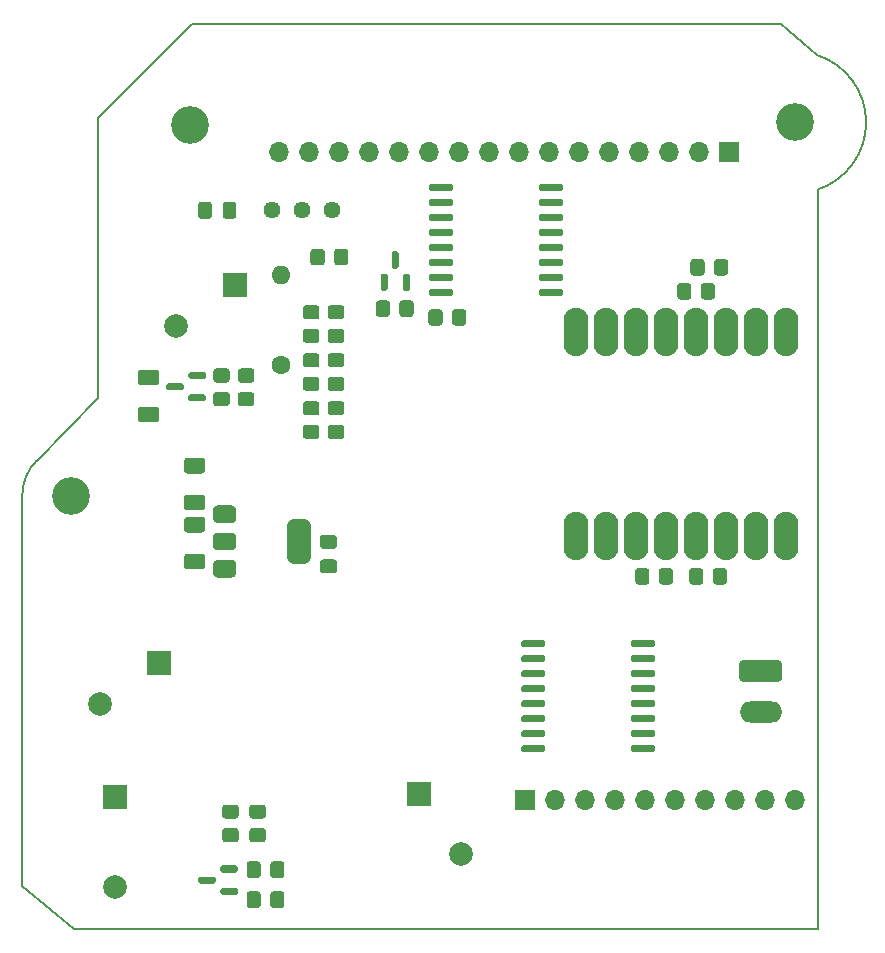
<source format=gbr>
G04 #@! TF.GenerationSoftware,KiCad,Pcbnew,8.0.8+1*
G04 #@! TF.ProjectId,airsoft_bomb_v2,61697273-6f66-4745-9f62-6f6d625f7632,rev?*
G04 #@! TF.SameCoordinates,Original*
G04 #@! TF.FileFunction,Soldermask,Bot*
G04 #@! TF.FilePolarity,Negative*
%FSLAX46Y46*%
G04 Gerber Fmt 4.6, Leading zero omitted, Abs format (unit mm)*
%MOMM*%
%LPD*%
G01*
G04 APERTURE LIST*
G04 #@! TA.AperFunction,Profile*
%ADD10C,0.200000*%
G04 #@! TD*
%ADD11R,1.700000X1.700000*%
%ADD12O,1.700000X1.700000*%
%ADD13R,2.000000X2.000000*%
%ADD14C,2.000000*%
%ADD15C,3.200000*%
%ADD16C,1.600000*%
%ADD17O,1.600000X1.600000*%
%ADD18O,2.108200X4.108200*%
%ADD19C,1.440000*%
%ADD20O,3.600000X1.800000*%
G04 APERTURE END LIST*
D10*
X178890534Y-60866736D02*
X175878500Y-58216800D01*
X116027200Y-134823200D02*
X111607600Y-131216400D01*
X178890534Y-60866736D02*
G75*
G02*
X178943000Y-72262999I-1827134J-5706664D01*
G01*
X111607601Y-98145600D02*
G75*
G02*
X112827677Y-95200077I4165599J0D01*
G01*
X175878500Y-58216800D02*
X125984000Y-58216800D01*
X118059200Y-89916000D02*
X118061600Y-66240800D01*
X116027200Y-134823200D02*
X178943000Y-134874000D01*
X178943000Y-134874000D02*
X178943000Y-72263000D01*
X112827676Y-95200076D02*
X118059200Y-89916000D01*
X118061600Y-66240800D02*
X125984000Y-58216800D01*
X111607600Y-131216400D02*
X111607600Y-98145600D01*
D11*
X154140000Y-123975000D03*
D12*
X156680000Y-123975000D03*
X159220000Y-123975000D03*
X161760000Y-123975000D03*
X164300000Y-123975000D03*
X166840000Y-123975000D03*
X169380000Y-123975000D03*
X171920000Y-123975000D03*
X174460000Y-123975000D03*
X177000000Y-123975000D03*
D13*
X119481600Y-123708000D03*
D14*
X119481600Y-131308000D03*
D11*
X171470000Y-69075000D03*
D12*
X168930000Y-69075000D03*
X166390000Y-69075000D03*
X163850000Y-69075000D03*
X161310000Y-69075000D03*
X158770000Y-69075000D03*
X156230000Y-69075000D03*
X153690000Y-69075000D03*
X151150000Y-69075000D03*
X148610000Y-69075000D03*
X146070000Y-69075000D03*
X143530000Y-69075000D03*
X140990000Y-69075000D03*
X138450000Y-69075000D03*
X135910000Y-69075000D03*
X133370000Y-69075000D03*
G36*
G01*
X144289200Y-80844500D02*
X143989200Y-80844500D01*
G75*
G02*
X143839200Y-80694500I0J150000D01*
G01*
X143839200Y-79519500D01*
G75*
G02*
X143989200Y-79369500I150000J0D01*
G01*
X144289200Y-79369500D01*
G75*
G02*
X144439200Y-79519500I0J-150000D01*
G01*
X144439200Y-80694500D01*
G75*
G02*
X144289200Y-80844500I-150000J0D01*
G01*
G37*
G36*
G01*
X142389200Y-80844500D02*
X142089200Y-80844500D01*
G75*
G02*
X141939200Y-80694500I0J150000D01*
G01*
X141939200Y-79519500D01*
G75*
G02*
X142089200Y-79369500I150000J0D01*
G01*
X142389200Y-79369500D01*
G75*
G02*
X142539200Y-79519500I0J-150000D01*
G01*
X142539200Y-80694500D01*
G75*
G02*
X142389200Y-80844500I-150000J0D01*
G01*
G37*
G36*
G01*
X143339200Y-78969500D02*
X143039200Y-78969500D01*
G75*
G02*
X142889200Y-78819500I0J150000D01*
G01*
X142889200Y-77644500D01*
G75*
G02*
X143039200Y-77494500I150000J0D01*
G01*
X143339200Y-77494500D01*
G75*
G02*
X143489200Y-77644500I0J-150000D01*
G01*
X143489200Y-78819500D01*
G75*
G02*
X143339200Y-78969500I-150000J0D01*
G01*
G37*
D15*
X115773200Y-98196400D03*
D13*
X129604000Y-80301600D03*
D14*
X124604000Y-83801600D03*
D13*
X123211600Y-112324000D03*
D14*
X118211600Y-115824000D03*
D15*
X177063400Y-66573400D03*
G36*
G01*
X170256000Y-80423600D02*
X170256000Y-81323600D01*
G75*
G02*
X170006000Y-81573600I-250000J0D01*
G01*
X169306000Y-81573600D01*
G75*
G02*
X169056000Y-81323600I0J250000D01*
G01*
X169056000Y-80423600D01*
G75*
G02*
X169306000Y-80173600I250000J0D01*
G01*
X170006000Y-80173600D01*
G75*
G02*
X170256000Y-80423600I0J-250000D01*
G01*
G37*
G36*
G01*
X168256000Y-80423600D02*
X168256000Y-81323600D01*
G75*
G02*
X168006000Y-81573600I-250000J0D01*
G01*
X167306000Y-81573600D01*
G75*
G02*
X167056000Y-81323600I0J250000D01*
G01*
X167056000Y-80423600D01*
G75*
G02*
X167306000Y-80173600I250000J0D01*
G01*
X168006000Y-80173600D01*
G75*
G02*
X168256000Y-80423600I0J-250000D01*
G01*
G37*
G36*
G01*
X129742600Y-73540600D02*
X129742600Y-74490600D01*
G75*
G02*
X129492600Y-74740600I-250000J0D01*
G01*
X128817600Y-74740600D01*
G75*
G02*
X128567600Y-74490600I0J250000D01*
G01*
X128567600Y-73540600D01*
G75*
G02*
X128817600Y-73290600I250000J0D01*
G01*
X129492600Y-73290600D01*
G75*
G02*
X129742600Y-73540600I0J-250000D01*
G01*
G37*
G36*
G01*
X127667600Y-73540600D02*
X127667600Y-74490600D01*
G75*
G02*
X127417600Y-74740600I-250000J0D01*
G01*
X126742600Y-74740600D01*
G75*
G02*
X126492600Y-74490600I0J250000D01*
G01*
X126492600Y-73540600D01*
G75*
G02*
X126742600Y-73290600I250000J0D01*
G01*
X127417600Y-73290600D01*
G75*
G02*
X127667600Y-73540600I0J-250000D01*
G01*
G37*
G36*
G01*
X125550000Y-99975000D02*
X126850000Y-99975000D01*
G75*
G02*
X127100000Y-100225000I0J-250000D01*
G01*
X127100000Y-101050000D01*
G75*
G02*
X126850000Y-101300000I-250000J0D01*
G01*
X125550000Y-101300000D01*
G75*
G02*
X125300000Y-101050000I0J250000D01*
G01*
X125300000Y-100225000D01*
G75*
G02*
X125550000Y-99975000I250000J0D01*
G01*
G37*
G36*
G01*
X125550000Y-103100000D02*
X126850000Y-103100000D01*
G75*
G02*
X127100000Y-103350000I0J-250000D01*
G01*
X127100000Y-104175000D01*
G75*
G02*
X126850000Y-104425000I-250000J0D01*
G01*
X125550000Y-104425000D01*
G75*
G02*
X125300000Y-104175000I0J250000D01*
G01*
X125300000Y-103350000D01*
G75*
G02*
X125550000Y-103100000I250000J0D01*
G01*
G37*
G36*
G01*
X141538400Y-82796800D02*
X141538400Y-81896800D01*
G75*
G02*
X141788400Y-81646800I250000J0D01*
G01*
X142488400Y-81646800D01*
G75*
G02*
X142738400Y-81896800I0J-250000D01*
G01*
X142738400Y-82796800D01*
G75*
G02*
X142488400Y-83046800I-250000J0D01*
G01*
X141788400Y-83046800D01*
G75*
G02*
X141538400Y-82796800I0J250000D01*
G01*
G37*
G36*
G01*
X143538400Y-82796800D02*
X143538400Y-81896800D01*
G75*
G02*
X143788400Y-81646800I250000J0D01*
G01*
X144488400Y-81646800D01*
G75*
G02*
X144738400Y-81896800I0J-250000D01*
G01*
X144738400Y-82796800D01*
G75*
G02*
X144488400Y-83046800I-250000J0D01*
G01*
X143788400Y-83046800D01*
G75*
G02*
X143538400Y-82796800I0J250000D01*
G01*
G37*
G36*
G01*
X135617800Y-86115600D02*
X136517800Y-86115600D01*
G75*
G02*
X136767800Y-86365600I0J-250000D01*
G01*
X136767800Y-87065600D01*
G75*
G02*
X136517800Y-87315600I-250000J0D01*
G01*
X135617800Y-87315600D01*
G75*
G02*
X135367800Y-87065600I0J250000D01*
G01*
X135367800Y-86365600D01*
G75*
G02*
X135617800Y-86115600I250000J0D01*
G01*
G37*
G36*
G01*
X135617800Y-88115600D02*
X136517800Y-88115600D01*
G75*
G02*
X136767800Y-88365600I0J-250000D01*
G01*
X136767800Y-89065600D01*
G75*
G02*
X136517800Y-89315600I-250000J0D01*
G01*
X135617800Y-89315600D01*
G75*
G02*
X135367800Y-89065600I0J250000D01*
G01*
X135367800Y-88365600D01*
G75*
G02*
X135617800Y-88115600I250000J0D01*
G01*
G37*
G36*
G01*
X165187000Y-110568600D02*
X165187000Y-110868600D01*
G75*
G02*
X165037000Y-111018600I-150000J0D01*
G01*
X163287000Y-111018600D01*
G75*
G02*
X163137000Y-110868600I0J150000D01*
G01*
X163137000Y-110568600D01*
G75*
G02*
X163287000Y-110418600I150000J0D01*
G01*
X165037000Y-110418600D01*
G75*
G02*
X165187000Y-110568600I0J-150000D01*
G01*
G37*
G36*
G01*
X165187000Y-111838600D02*
X165187000Y-112138600D01*
G75*
G02*
X165037000Y-112288600I-150000J0D01*
G01*
X163287000Y-112288600D01*
G75*
G02*
X163137000Y-112138600I0J150000D01*
G01*
X163137000Y-111838600D01*
G75*
G02*
X163287000Y-111688600I150000J0D01*
G01*
X165037000Y-111688600D01*
G75*
G02*
X165187000Y-111838600I0J-150000D01*
G01*
G37*
G36*
G01*
X165187000Y-113108600D02*
X165187000Y-113408600D01*
G75*
G02*
X165037000Y-113558600I-150000J0D01*
G01*
X163287000Y-113558600D01*
G75*
G02*
X163137000Y-113408600I0J150000D01*
G01*
X163137000Y-113108600D01*
G75*
G02*
X163287000Y-112958600I150000J0D01*
G01*
X165037000Y-112958600D01*
G75*
G02*
X165187000Y-113108600I0J-150000D01*
G01*
G37*
G36*
G01*
X165187000Y-114378600D02*
X165187000Y-114678600D01*
G75*
G02*
X165037000Y-114828600I-150000J0D01*
G01*
X163287000Y-114828600D01*
G75*
G02*
X163137000Y-114678600I0J150000D01*
G01*
X163137000Y-114378600D01*
G75*
G02*
X163287000Y-114228600I150000J0D01*
G01*
X165037000Y-114228600D01*
G75*
G02*
X165187000Y-114378600I0J-150000D01*
G01*
G37*
G36*
G01*
X165187000Y-115648600D02*
X165187000Y-115948600D01*
G75*
G02*
X165037000Y-116098600I-150000J0D01*
G01*
X163287000Y-116098600D01*
G75*
G02*
X163137000Y-115948600I0J150000D01*
G01*
X163137000Y-115648600D01*
G75*
G02*
X163287000Y-115498600I150000J0D01*
G01*
X165037000Y-115498600D01*
G75*
G02*
X165187000Y-115648600I0J-150000D01*
G01*
G37*
G36*
G01*
X165187000Y-116918600D02*
X165187000Y-117218600D01*
G75*
G02*
X165037000Y-117368600I-150000J0D01*
G01*
X163287000Y-117368600D01*
G75*
G02*
X163137000Y-117218600I0J150000D01*
G01*
X163137000Y-116918600D01*
G75*
G02*
X163287000Y-116768600I150000J0D01*
G01*
X165037000Y-116768600D01*
G75*
G02*
X165187000Y-116918600I0J-150000D01*
G01*
G37*
G36*
G01*
X165187000Y-118188600D02*
X165187000Y-118488600D01*
G75*
G02*
X165037000Y-118638600I-150000J0D01*
G01*
X163287000Y-118638600D01*
G75*
G02*
X163137000Y-118488600I0J150000D01*
G01*
X163137000Y-118188600D01*
G75*
G02*
X163287000Y-118038600I150000J0D01*
G01*
X165037000Y-118038600D01*
G75*
G02*
X165187000Y-118188600I0J-150000D01*
G01*
G37*
G36*
G01*
X165187000Y-119458600D02*
X165187000Y-119758600D01*
G75*
G02*
X165037000Y-119908600I-150000J0D01*
G01*
X163287000Y-119908600D01*
G75*
G02*
X163137000Y-119758600I0J150000D01*
G01*
X163137000Y-119458600D01*
G75*
G02*
X163287000Y-119308600I150000J0D01*
G01*
X165037000Y-119308600D01*
G75*
G02*
X165187000Y-119458600I0J-150000D01*
G01*
G37*
G36*
G01*
X155887000Y-119458600D02*
X155887000Y-119758600D01*
G75*
G02*
X155737000Y-119908600I-150000J0D01*
G01*
X153987000Y-119908600D01*
G75*
G02*
X153837000Y-119758600I0J150000D01*
G01*
X153837000Y-119458600D01*
G75*
G02*
X153987000Y-119308600I150000J0D01*
G01*
X155737000Y-119308600D01*
G75*
G02*
X155887000Y-119458600I0J-150000D01*
G01*
G37*
G36*
G01*
X155887000Y-118188600D02*
X155887000Y-118488600D01*
G75*
G02*
X155737000Y-118638600I-150000J0D01*
G01*
X153987000Y-118638600D01*
G75*
G02*
X153837000Y-118488600I0J150000D01*
G01*
X153837000Y-118188600D01*
G75*
G02*
X153987000Y-118038600I150000J0D01*
G01*
X155737000Y-118038600D01*
G75*
G02*
X155887000Y-118188600I0J-150000D01*
G01*
G37*
G36*
G01*
X155887000Y-116918600D02*
X155887000Y-117218600D01*
G75*
G02*
X155737000Y-117368600I-150000J0D01*
G01*
X153987000Y-117368600D01*
G75*
G02*
X153837000Y-117218600I0J150000D01*
G01*
X153837000Y-116918600D01*
G75*
G02*
X153987000Y-116768600I150000J0D01*
G01*
X155737000Y-116768600D01*
G75*
G02*
X155887000Y-116918600I0J-150000D01*
G01*
G37*
G36*
G01*
X155887000Y-115648600D02*
X155887000Y-115948600D01*
G75*
G02*
X155737000Y-116098600I-150000J0D01*
G01*
X153987000Y-116098600D01*
G75*
G02*
X153837000Y-115948600I0J150000D01*
G01*
X153837000Y-115648600D01*
G75*
G02*
X153987000Y-115498600I150000J0D01*
G01*
X155737000Y-115498600D01*
G75*
G02*
X155887000Y-115648600I0J-150000D01*
G01*
G37*
G36*
G01*
X155887000Y-114378600D02*
X155887000Y-114678600D01*
G75*
G02*
X155737000Y-114828600I-150000J0D01*
G01*
X153987000Y-114828600D01*
G75*
G02*
X153837000Y-114678600I0J150000D01*
G01*
X153837000Y-114378600D01*
G75*
G02*
X153987000Y-114228600I150000J0D01*
G01*
X155737000Y-114228600D01*
G75*
G02*
X155887000Y-114378600I0J-150000D01*
G01*
G37*
G36*
G01*
X155887000Y-113108600D02*
X155887000Y-113408600D01*
G75*
G02*
X155737000Y-113558600I-150000J0D01*
G01*
X153987000Y-113558600D01*
G75*
G02*
X153837000Y-113408600I0J150000D01*
G01*
X153837000Y-113108600D01*
G75*
G02*
X153987000Y-112958600I150000J0D01*
G01*
X155737000Y-112958600D01*
G75*
G02*
X155887000Y-113108600I0J-150000D01*
G01*
G37*
G36*
G01*
X155887000Y-111838600D02*
X155887000Y-112138600D01*
G75*
G02*
X155737000Y-112288600I-150000J0D01*
G01*
X153987000Y-112288600D01*
G75*
G02*
X153837000Y-112138600I0J150000D01*
G01*
X153837000Y-111838600D01*
G75*
G02*
X153987000Y-111688600I150000J0D01*
G01*
X155737000Y-111688600D01*
G75*
G02*
X155887000Y-111838600I0J-150000D01*
G01*
G37*
G36*
G01*
X155887000Y-110568600D02*
X155887000Y-110868600D01*
G75*
G02*
X155737000Y-111018600I-150000J0D01*
G01*
X153987000Y-111018600D01*
G75*
G02*
X153837000Y-110868600I0J150000D01*
G01*
X153837000Y-110568600D01*
G75*
G02*
X153987000Y-110418600I150000J0D01*
G01*
X155737000Y-110418600D01*
G75*
G02*
X155887000Y-110568600I0J-150000D01*
G01*
G37*
G36*
G01*
X171373600Y-78391600D02*
X171373600Y-79291600D01*
G75*
G02*
X171123600Y-79541600I-250000J0D01*
G01*
X170423600Y-79541600D01*
G75*
G02*
X170173600Y-79291600I0J250000D01*
G01*
X170173600Y-78391600D01*
G75*
G02*
X170423600Y-78141600I250000J0D01*
G01*
X171123600Y-78141600D01*
G75*
G02*
X171373600Y-78391600I0J-250000D01*
G01*
G37*
G36*
G01*
X169373600Y-78391600D02*
X169373600Y-79291600D01*
G75*
G02*
X169123600Y-79541600I-250000J0D01*
G01*
X168423600Y-79541600D01*
G75*
G02*
X168173600Y-79291600I0J250000D01*
G01*
X168173600Y-78391600D01*
G75*
G02*
X168423600Y-78141600I250000J0D01*
G01*
X169123600Y-78141600D01*
G75*
G02*
X169373600Y-78391600I0J-250000D01*
G01*
G37*
G36*
G01*
X137726000Y-90179600D02*
X138626000Y-90179600D01*
G75*
G02*
X138876000Y-90429600I0J-250000D01*
G01*
X138876000Y-91129600D01*
G75*
G02*
X138626000Y-91379600I-250000J0D01*
G01*
X137726000Y-91379600D01*
G75*
G02*
X137476000Y-91129600I0J250000D01*
G01*
X137476000Y-90429600D01*
G75*
G02*
X137726000Y-90179600I250000J0D01*
G01*
G37*
G36*
G01*
X137726000Y-92179600D02*
X138626000Y-92179600D01*
G75*
G02*
X138876000Y-92429600I0J-250000D01*
G01*
X138876000Y-93129600D01*
G75*
G02*
X138626000Y-93379600I-250000J0D01*
G01*
X137726000Y-93379600D01*
G75*
G02*
X137476000Y-93129600I0J250000D01*
G01*
X137476000Y-92429600D01*
G75*
G02*
X137726000Y-92179600I250000J0D01*
G01*
G37*
G36*
G01*
X171272000Y-104553600D02*
X171272000Y-105453600D01*
G75*
G02*
X171022000Y-105703600I-250000J0D01*
G01*
X170322000Y-105703600D01*
G75*
G02*
X170072000Y-105453600I0J250000D01*
G01*
X170072000Y-104553600D01*
G75*
G02*
X170322000Y-104303600I250000J0D01*
G01*
X171022000Y-104303600D01*
G75*
G02*
X171272000Y-104553600I0J-250000D01*
G01*
G37*
G36*
G01*
X169272000Y-104553600D02*
X169272000Y-105453600D01*
G75*
G02*
X169022000Y-105703600I-250000J0D01*
G01*
X168322000Y-105703600D01*
G75*
G02*
X168072000Y-105453600I0J250000D01*
G01*
X168072000Y-104553600D01*
G75*
G02*
X168322000Y-104303600I250000J0D01*
G01*
X169022000Y-104303600D01*
G75*
G02*
X169272000Y-104553600I0J-250000D01*
G01*
G37*
G36*
G01*
X129866500Y-129633800D02*
X129866500Y-129933800D01*
G75*
G02*
X129716500Y-130083800I-150000J0D01*
G01*
X128541500Y-130083800D01*
G75*
G02*
X128391500Y-129933800I0J150000D01*
G01*
X128391500Y-129633800D01*
G75*
G02*
X128541500Y-129483800I150000J0D01*
G01*
X129716500Y-129483800D01*
G75*
G02*
X129866500Y-129633800I0J-150000D01*
G01*
G37*
G36*
G01*
X129866500Y-131533800D02*
X129866500Y-131833800D01*
G75*
G02*
X129716500Y-131983800I-150000J0D01*
G01*
X128541500Y-131983800D01*
G75*
G02*
X128391500Y-131833800I0J150000D01*
G01*
X128391500Y-131533800D01*
G75*
G02*
X128541500Y-131383800I150000J0D01*
G01*
X129716500Y-131383800D01*
G75*
G02*
X129866500Y-131533800I0J-150000D01*
G01*
G37*
G36*
G01*
X127991500Y-130583800D02*
X127991500Y-130883800D01*
G75*
G02*
X127841500Y-131033800I-150000J0D01*
G01*
X126666500Y-131033800D01*
G75*
G02*
X126516500Y-130883800I0J150000D01*
G01*
X126516500Y-130583800D01*
G75*
G02*
X126666500Y-130433800I150000J0D01*
G01*
X127841500Y-130433800D01*
G75*
G02*
X127991500Y-130583800I0J-150000D01*
G01*
G37*
G36*
G01*
X137054500Y-101499000D02*
X138004500Y-101499000D01*
G75*
G02*
X138254500Y-101749000I0J-250000D01*
G01*
X138254500Y-102424000D01*
G75*
G02*
X138004500Y-102674000I-250000J0D01*
G01*
X137054500Y-102674000D01*
G75*
G02*
X136804500Y-102424000I0J250000D01*
G01*
X136804500Y-101749000D01*
G75*
G02*
X137054500Y-101499000I250000J0D01*
G01*
G37*
G36*
G01*
X137054500Y-103574000D02*
X138004500Y-103574000D01*
G75*
G02*
X138254500Y-103824000I0J-250000D01*
G01*
X138254500Y-104499000D01*
G75*
G02*
X138004500Y-104749000I-250000J0D01*
G01*
X137054500Y-104749000D01*
G75*
G02*
X136804500Y-104499000I0J250000D01*
G01*
X136804500Y-103824000D01*
G75*
G02*
X137054500Y-103574000I250000J0D01*
G01*
G37*
G36*
G01*
X135617800Y-82051600D02*
X136517800Y-82051600D01*
G75*
G02*
X136767800Y-82301600I0J-250000D01*
G01*
X136767800Y-83001600D01*
G75*
G02*
X136517800Y-83251600I-250000J0D01*
G01*
X135617800Y-83251600D01*
G75*
G02*
X135367800Y-83001600I0J250000D01*
G01*
X135367800Y-82301600D01*
G75*
G02*
X135617800Y-82051600I250000J0D01*
G01*
G37*
G36*
G01*
X135617800Y-84051600D02*
X136517800Y-84051600D01*
G75*
G02*
X136767800Y-84301600I0J-250000D01*
G01*
X136767800Y-85001600D01*
G75*
G02*
X136517800Y-85251600I-250000J0D01*
G01*
X135617800Y-85251600D01*
G75*
G02*
X135367800Y-85001600I0J250000D01*
G01*
X135367800Y-84301600D01*
G75*
G02*
X135617800Y-84051600I250000J0D01*
G01*
G37*
D16*
X133553200Y-87122000D03*
D17*
X133553200Y-79502000D03*
G36*
G01*
X139209400Y-77528000D02*
X139209400Y-78428000D01*
G75*
G02*
X138959400Y-78678000I-250000J0D01*
G01*
X138259400Y-78678000D01*
G75*
G02*
X138009400Y-78428000I0J250000D01*
G01*
X138009400Y-77528000D01*
G75*
G02*
X138259400Y-77278000I250000J0D01*
G01*
X138959400Y-77278000D01*
G75*
G02*
X139209400Y-77528000I0J-250000D01*
G01*
G37*
G36*
G01*
X137209400Y-77528000D02*
X137209400Y-78428000D01*
G75*
G02*
X136959400Y-78678000I-250000J0D01*
G01*
X136259400Y-78678000D01*
G75*
G02*
X136009400Y-78428000I0J250000D01*
G01*
X136009400Y-77528000D01*
G75*
G02*
X136259400Y-77278000I250000J0D01*
G01*
X136959400Y-77278000D01*
G75*
G02*
X137209400Y-77528000I0J-250000D01*
G01*
G37*
D18*
X158490000Y-84344000D03*
X161030000Y-84344000D03*
X163570000Y-84344000D03*
X166110000Y-84344000D03*
X171190000Y-84344000D03*
X168650000Y-84344000D03*
X176270000Y-101584000D03*
X176270000Y-84344000D03*
X173730000Y-101584000D03*
X171190000Y-101584000D03*
X168650000Y-101584000D03*
X166110000Y-101584000D03*
X163570000Y-101584000D03*
X161030000Y-101584000D03*
X158490000Y-101584000D03*
X173730000Y-84344000D03*
D15*
X125831600Y-66751200D03*
G36*
G01*
X131081500Y-124325800D02*
X131981500Y-124325800D01*
G75*
G02*
X132231500Y-124575800I0J-250000D01*
G01*
X132231500Y-125275800D01*
G75*
G02*
X131981500Y-125525800I-250000J0D01*
G01*
X131081500Y-125525800D01*
G75*
G02*
X130831500Y-125275800I0J250000D01*
G01*
X130831500Y-124575800D01*
G75*
G02*
X131081500Y-124325800I250000J0D01*
G01*
G37*
G36*
G01*
X131081500Y-126325800D02*
X131981500Y-126325800D01*
G75*
G02*
X132231500Y-126575800I0J-250000D01*
G01*
X132231500Y-127275800D01*
G75*
G02*
X131981500Y-127525800I-250000J0D01*
G01*
X131081500Y-127525800D01*
G75*
G02*
X130831500Y-127275800I0J250000D01*
G01*
X130831500Y-126575800D01*
G75*
G02*
X131081500Y-126325800I250000J0D01*
G01*
G37*
G36*
G01*
X128023200Y-87401600D02*
X128923200Y-87401600D01*
G75*
G02*
X129173200Y-87651600I0J-250000D01*
G01*
X129173200Y-88351600D01*
G75*
G02*
X128923200Y-88601600I-250000J0D01*
G01*
X128023200Y-88601600D01*
G75*
G02*
X127773200Y-88351600I0J250000D01*
G01*
X127773200Y-87651600D01*
G75*
G02*
X128023200Y-87401600I250000J0D01*
G01*
G37*
G36*
G01*
X128023200Y-89401600D02*
X128923200Y-89401600D01*
G75*
G02*
X129173200Y-89651600I0J-250000D01*
G01*
X129173200Y-90351600D01*
G75*
G02*
X128923200Y-90601600I-250000J0D01*
G01*
X128023200Y-90601600D01*
G75*
G02*
X127773200Y-90351600I0J250000D01*
G01*
X127773200Y-89651600D01*
G75*
G02*
X128023200Y-89401600I250000J0D01*
G01*
G37*
G36*
G01*
X127151000Y-87850800D02*
X127151000Y-88150800D01*
G75*
G02*
X127001000Y-88300800I-150000J0D01*
G01*
X125826000Y-88300800D01*
G75*
G02*
X125676000Y-88150800I0J150000D01*
G01*
X125676000Y-87850800D01*
G75*
G02*
X125826000Y-87700800I150000J0D01*
G01*
X127001000Y-87700800D01*
G75*
G02*
X127151000Y-87850800I0J-150000D01*
G01*
G37*
G36*
G01*
X127151000Y-89750800D02*
X127151000Y-90050800D01*
G75*
G02*
X127001000Y-90200800I-150000J0D01*
G01*
X125826000Y-90200800D01*
G75*
G02*
X125676000Y-90050800I0J150000D01*
G01*
X125676000Y-89750800D01*
G75*
G02*
X125826000Y-89600800I150000J0D01*
G01*
X127001000Y-89600800D01*
G75*
G02*
X127151000Y-89750800I0J-150000D01*
G01*
G37*
G36*
G01*
X125276000Y-88800800D02*
X125276000Y-89100800D01*
G75*
G02*
X125126000Y-89250800I-150000J0D01*
G01*
X123951000Y-89250800D01*
G75*
G02*
X123801000Y-89100800I0J150000D01*
G01*
X123801000Y-88800800D01*
G75*
G02*
X123951000Y-88650800I150000J0D01*
G01*
X125126000Y-88650800D01*
G75*
G02*
X125276000Y-88800800I0J-150000D01*
G01*
G37*
G36*
G01*
X130607000Y-132834800D02*
X130607000Y-131934800D01*
G75*
G02*
X130857000Y-131684800I250000J0D01*
G01*
X131557000Y-131684800D01*
G75*
G02*
X131807000Y-131934800I0J-250000D01*
G01*
X131807000Y-132834800D01*
G75*
G02*
X131557000Y-133084800I-250000J0D01*
G01*
X130857000Y-133084800D01*
G75*
G02*
X130607000Y-132834800I0J250000D01*
G01*
G37*
G36*
G01*
X132607000Y-132834800D02*
X132607000Y-131934800D01*
G75*
G02*
X132857000Y-131684800I250000J0D01*
G01*
X133557000Y-131684800D01*
G75*
G02*
X133807000Y-131934800I0J-250000D01*
G01*
X133807000Y-132834800D01*
G75*
G02*
X133557000Y-133084800I-250000J0D01*
G01*
X132857000Y-133084800D01*
G75*
G02*
X132607000Y-132834800I0J250000D01*
G01*
G37*
D19*
X132732600Y-74015600D03*
X135272600Y-74015600D03*
X137812600Y-74015600D03*
G36*
G01*
X163500000Y-105453600D02*
X163500000Y-104553600D01*
G75*
G02*
X163750000Y-104303600I250000J0D01*
G01*
X164450000Y-104303600D01*
G75*
G02*
X164700000Y-104553600I0J-250000D01*
G01*
X164700000Y-105453600D01*
G75*
G02*
X164450000Y-105703600I-250000J0D01*
G01*
X163750000Y-105703600D01*
G75*
G02*
X163500000Y-105453600I0J250000D01*
G01*
G37*
G36*
G01*
X165500000Y-105453600D02*
X165500000Y-104553600D01*
G75*
G02*
X165750000Y-104303600I250000J0D01*
G01*
X166450000Y-104303600D01*
G75*
G02*
X166700000Y-104553600I0J-250000D01*
G01*
X166700000Y-105453600D01*
G75*
G02*
X166450000Y-105703600I-250000J0D01*
G01*
X165750000Y-105703600D01*
G75*
G02*
X165500000Y-105453600I0J250000D01*
G01*
G37*
G36*
G01*
X146037400Y-81125200D02*
X146037400Y-80825200D01*
G75*
G02*
X146187400Y-80675200I150000J0D01*
G01*
X147937400Y-80675200D01*
G75*
G02*
X148087400Y-80825200I0J-150000D01*
G01*
X148087400Y-81125200D01*
G75*
G02*
X147937400Y-81275200I-150000J0D01*
G01*
X146187400Y-81275200D01*
G75*
G02*
X146037400Y-81125200I0J150000D01*
G01*
G37*
G36*
G01*
X146037400Y-79855200D02*
X146037400Y-79555200D01*
G75*
G02*
X146187400Y-79405200I150000J0D01*
G01*
X147937400Y-79405200D01*
G75*
G02*
X148087400Y-79555200I0J-150000D01*
G01*
X148087400Y-79855200D01*
G75*
G02*
X147937400Y-80005200I-150000J0D01*
G01*
X146187400Y-80005200D01*
G75*
G02*
X146037400Y-79855200I0J150000D01*
G01*
G37*
G36*
G01*
X146037400Y-78585200D02*
X146037400Y-78285200D01*
G75*
G02*
X146187400Y-78135200I150000J0D01*
G01*
X147937400Y-78135200D01*
G75*
G02*
X148087400Y-78285200I0J-150000D01*
G01*
X148087400Y-78585200D01*
G75*
G02*
X147937400Y-78735200I-150000J0D01*
G01*
X146187400Y-78735200D01*
G75*
G02*
X146037400Y-78585200I0J150000D01*
G01*
G37*
G36*
G01*
X146037400Y-77315200D02*
X146037400Y-77015200D01*
G75*
G02*
X146187400Y-76865200I150000J0D01*
G01*
X147937400Y-76865200D01*
G75*
G02*
X148087400Y-77015200I0J-150000D01*
G01*
X148087400Y-77315200D01*
G75*
G02*
X147937400Y-77465200I-150000J0D01*
G01*
X146187400Y-77465200D01*
G75*
G02*
X146037400Y-77315200I0J150000D01*
G01*
G37*
G36*
G01*
X146037400Y-76045200D02*
X146037400Y-75745200D01*
G75*
G02*
X146187400Y-75595200I150000J0D01*
G01*
X147937400Y-75595200D01*
G75*
G02*
X148087400Y-75745200I0J-150000D01*
G01*
X148087400Y-76045200D01*
G75*
G02*
X147937400Y-76195200I-150000J0D01*
G01*
X146187400Y-76195200D01*
G75*
G02*
X146037400Y-76045200I0J150000D01*
G01*
G37*
G36*
G01*
X146037400Y-74775200D02*
X146037400Y-74475200D01*
G75*
G02*
X146187400Y-74325200I150000J0D01*
G01*
X147937400Y-74325200D01*
G75*
G02*
X148087400Y-74475200I0J-150000D01*
G01*
X148087400Y-74775200D01*
G75*
G02*
X147937400Y-74925200I-150000J0D01*
G01*
X146187400Y-74925200D01*
G75*
G02*
X146037400Y-74775200I0J150000D01*
G01*
G37*
G36*
G01*
X146037400Y-73505200D02*
X146037400Y-73205200D01*
G75*
G02*
X146187400Y-73055200I150000J0D01*
G01*
X147937400Y-73055200D01*
G75*
G02*
X148087400Y-73205200I0J-150000D01*
G01*
X148087400Y-73505200D01*
G75*
G02*
X147937400Y-73655200I-150000J0D01*
G01*
X146187400Y-73655200D01*
G75*
G02*
X146037400Y-73505200I0J150000D01*
G01*
G37*
G36*
G01*
X146037400Y-72235200D02*
X146037400Y-71935200D01*
G75*
G02*
X146187400Y-71785200I150000J0D01*
G01*
X147937400Y-71785200D01*
G75*
G02*
X148087400Y-71935200I0J-150000D01*
G01*
X148087400Y-72235200D01*
G75*
G02*
X147937400Y-72385200I-150000J0D01*
G01*
X146187400Y-72385200D01*
G75*
G02*
X146037400Y-72235200I0J150000D01*
G01*
G37*
G36*
G01*
X155337400Y-72235200D02*
X155337400Y-71935200D01*
G75*
G02*
X155487400Y-71785200I150000J0D01*
G01*
X157237400Y-71785200D01*
G75*
G02*
X157387400Y-71935200I0J-150000D01*
G01*
X157387400Y-72235200D01*
G75*
G02*
X157237400Y-72385200I-150000J0D01*
G01*
X155487400Y-72385200D01*
G75*
G02*
X155337400Y-72235200I0J150000D01*
G01*
G37*
G36*
G01*
X155337400Y-73505200D02*
X155337400Y-73205200D01*
G75*
G02*
X155487400Y-73055200I150000J0D01*
G01*
X157237400Y-73055200D01*
G75*
G02*
X157387400Y-73205200I0J-150000D01*
G01*
X157387400Y-73505200D01*
G75*
G02*
X157237400Y-73655200I-150000J0D01*
G01*
X155487400Y-73655200D01*
G75*
G02*
X155337400Y-73505200I0J150000D01*
G01*
G37*
G36*
G01*
X155337400Y-74775200D02*
X155337400Y-74475200D01*
G75*
G02*
X155487400Y-74325200I150000J0D01*
G01*
X157237400Y-74325200D01*
G75*
G02*
X157387400Y-74475200I0J-150000D01*
G01*
X157387400Y-74775200D01*
G75*
G02*
X157237400Y-74925200I-150000J0D01*
G01*
X155487400Y-74925200D01*
G75*
G02*
X155337400Y-74775200I0J150000D01*
G01*
G37*
G36*
G01*
X155337400Y-76045200D02*
X155337400Y-75745200D01*
G75*
G02*
X155487400Y-75595200I150000J0D01*
G01*
X157237400Y-75595200D01*
G75*
G02*
X157387400Y-75745200I0J-150000D01*
G01*
X157387400Y-76045200D01*
G75*
G02*
X157237400Y-76195200I-150000J0D01*
G01*
X155487400Y-76195200D01*
G75*
G02*
X155337400Y-76045200I0J150000D01*
G01*
G37*
G36*
G01*
X155337400Y-77315200D02*
X155337400Y-77015200D01*
G75*
G02*
X155487400Y-76865200I150000J0D01*
G01*
X157237400Y-76865200D01*
G75*
G02*
X157387400Y-77015200I0J-150000D01*
G01*
X157387400Y-77315200D01*
G75*
G02*
X157237400Y-77465200I-150000J0D01*
G01*
X155487400Y-77465200D01*
G75*
G02*
X155337400Y-77315200I0J150000D01*
G01*
G37*
G36*
G01*
X155337400Y-78585200D02*
X155337400Y-78285200D01*
G75*
G02*
X155487400Y-78135200I150000J0D01*
G01*
X157237400Y-78135200D01*
G75*
G02*
X157387400Y-78285200I0J-150000D01*
G01*
X157387400Y-78585200D01*
G75*
G02*
X157237400Y-78735200I-150000J0D01*
G01*
X155487400Y-78735200D01*
G75*
G02*
X155337400Y-78585200I0J150000D01*
G01*
G37*
G36*
G01*
X155337400Y-79855200D02*
X155337400Y-79555200D01*
G75*
G02*
X155487400Y-79405200I150000J0D01*
G01*
X157237400Y-79405200D01*
G75*
G02*
X157387400Y-79555200I0J-150000D01*
G01*
X157387400Y-79855200D01*
G75*
G02*
X157237400Y-80005200I-150000J0D01*
G01*
X155487400Y-80005200D01*
G75*
G02*
X155337400Y-79855200I0J150000D01*
G01*
G37*
G36*
G01*
X155337400Y-81125200D02*
X155337400Y-80825200D01*
G75*
G02*
X155487400Y-80675200I150000J0D01*
G01*
X157237400Y-80675200D01*
G75*
G02*
X157387400Y-80825200I0J-150000D01*
G01*
X157387400Y-81125200D01*
G75*
G02*
X157237400Y-81275200I-150000J0D01*
G01*
X155487400Y-81275200D01*
G75*
G02*
X155337400Y-81125200I0J150000D01*
G01*
G37*
G36*
G01*
X138626000Y-85251600D02*
X137726000Y-85251600D01*
G75*
G02*
X137476000Y-85001600I0J250000D01*
G01*
X137476000Y-84301600D01*
G75*
G02*
X137726000Y-84051600I250000J0D01*
G01*
X138626000Y-84051600D01*
G75*
G02*
X138876000Y-84301600I0J-250000D01*
G01*
X138876000Y-85001600D01*
G75*
G02*
X138626000Y-85251600I-250000J0D01*
G01*
G37*
G36*
G01*
X138626000Y-83251600D02*
X137726000Y-83251600D01*
G75*
G02*
X137476000Y-83001600I0J250000D01*
G01*
X137476000Y-82301600D01*
G75*
G02*
X137726000Y-82051600I250000J0D01*
G01*
X138626000Y-82051600D01*
G75*
G02*
X138876000Y-82301600I0J-250000D01*
G01*
X138876000Y-83001600D01*
G75*
G02*
X138626000Y-83251600I-250000J0D01*
G01*
G37*
G36*
G01*
X145997600Y-83533400D02*
X145997600Y-82633400D01*
G75*
G02*
X146247600Y-82383400I250000J0D01*
G01*
X146947600Y-82383400D01*
G75*
G02*
X147197600Y-82633400I0J-250000D01*
G01*
X147197600Y-83533400D01*
G75*
G02*
X146947600Y-83783400I-250000J0D01*
G01*
X146247600Y-83783400D01*
G75*
G02*
X145997600Y-83533400I0J250000D01*
G01*
G37*
G36*
G01*
X147997600Y-83533400D02*
X147997600Y-82633400D01*
G75*
G02*
X148247600Y-82383400I250000J0D01*
G01*
X148947600Y-82383400D01*
G75*
G02*
X149197600Y-82633400I0J-250000D01*
G01*
X149197600Y-83533400D01*
G75*
G02*
X148947600Y-83783400I-250000J0D01*
G01*
X148247600Y-83783400D01*
G75*
G02*
X147997600Y-83533400I0J250000D01*
G01*
G37*
G36*
G01*
X136517800Y-93379600D02*
X135617800Y-93379600D01*
G75*
G02*
X135367800Y-93129600I0J250000D01*
G01*
X135367800Y-92429600D01*
G75*
G02*
X135617800Y-92179600I250000J0D01*
G01*
X136517800Y-92179600D01*
G75*
G02*
X136767800Y-92429600I0J-250000D01*
G01*
X136767800Y-93129600D01*
G75*
G02*
X136517800Y-93379600I-250000J0D01*
G01*
G37*
G36*
G01*
X136517800Y-91379600D02*
X135617800Y-91379600D01*
G75*
G02*
X135367800Y-91129600I0J250000D01*
G01*
X135367800Y-90429600D01*
G75*
G02*
X135617800Y-90179600I250000J0D01*
G01*
X136517800Y-90179600D01*
G75*
G02*
X136767800Y-90429600I0J-250000D01*
G01*
X136767800Y-91129600D01*
G75*
G02*
X136517800Y-91379600I-250000J0D01*
G01*
G37*
G36*
G01*
X128781500Y-124325800D02*
X129681500Y-124325800D01*
G75*
G02*
X129931500Y-124575800I0J-250000D01*
G01*
X129931500Y-125275800D01*
G75*
G02*
X129681500Y-125525800I-250000J0D01*
G01*
X128781500Y-125525800D01*
G75*
G02*
X128531500Y-125275800I0J250000D01*
G01*
X128531500Y-124575800D01*
G75*
G02*
X128781500Y-124325800I250000J0D01*
G01*
G37*
G36*
G01*
X128781500Y-126325800D02*
X129681500Y-126325800D01*
G75*
G02*
X129931500Y-126575800I0J-250000D01*
G01*
X129931500Y-127275800D01*
G75*
G02*
X129681500Y-127525800I-250000J0D01*
G01*
X128781500Y-127525800D01*
G75*
G02*
X128531500Y-127275800I0J250000D01*
G01*
X128531500Y-126575800D01*
G75*
G02*
X128781500Y-126325800I250000J0D01*
G01*
G37*
D13*
X145224000Y-123473200D03*
D14*
X148724000Y-128473200D03*
G36*
G01*
X122950000Y-91962500D02*
X121650000Y-91962500D01*
G75*
G02*
X121400000Y-91712500I0J250000D01*
G01*
X121400000Y-90887500D01*
G75*
G02*
X121650000Y-90637500I250000J0D01*
G01*
X122950000Y-90637500D01*
G75*
G02*
X123200000Y-90887500I0J-250000D01*
G01*
X123200000Y-91712500D01*
G75*
G02*
X122950000Y-91962500I-250000J0D01*
G01*
G37*
G36*
G01*
X122950000Y-88837500D02*
X121650000Y-88837500D01*
G75*
G02*
X121400000Y-88587500I0J250000D01*
G01*
X121400000Y-87762500D01*
G75*
G02*
X121650000Y-87512500I250000J0D01*
G01*
X122950000Y-87512500D01*
G75*
G02*
X123200000Y-87762500I0J-250000D01*
G01*
X123200000Y-88587500D01*
G75*
G02*
X122950000Y-88837500I-250000J0D01*
G01*
G37*
G36*
G01*
X130607000Y-130294800D02*
X130607000Y-129394800D01*
G75*
G02*
X130857000Y-129144800I250000J0D01*
G01*
X131557000Y-129144800D01*
G75*
G02*
X131807000Y-129394800I0J-250000D01*
G01*
X131807000Y-130294800D01*
G75*
G02*
X131557000Y-130544800I-250000J0D01*
G01*
X130857000Y-130544800D01*
G75*
G02*
X130607000Y-130294800I0J250000D01*
G01*
G37*
G36*
G01*
X132607000Y-130294800D02*
X132607000Y-129394800D01*
G75*
G02*
X132857000Y-129144800I250000J0D01*
G01*
X133557000Y-129144800D01*
G75*
G02*
X133807000Y-129394800I0J-250000D01*
G01*
X133807000Y-130294800D01*
G75*
G02*
X133557000Y-130544800I-250000J0D01*
G01*
X132857000Y-130544800D01*
G75*
G02*
X132607000Y-130294800I0J250000D01*
G01*
G37*
G36*
G01*
X172567000Y-112130000D02*
X175667000Y-112130000D01*
G75*
G02*
X175917000Y-112380000I0J-250000D01*
G01*
X175917000Y-113680000D01*
G75*
G02*
X175667000Y-113930000I-250000J0D01*
G01*
X172567000Y-113930000D01*
G75*
G02*
X172317000Y-113680000I0J250000D01*
G01*
X172317000Y-112380000D01*
G75*
G02*
X172567000Y-112130000I250000J0D01*
G01*
G37*
D20*
X174117000Y-116530000D03*
G36*
G01*
X138626000Y-89315600D02*
X137726000Y-89315600D01*
G75*
G02*
X137476000Y-89065600I0J250000D01*
G01*
X137476000Y-88365600D01*
G75*
G02*
X137726000Y-88115600I250000J0D01*
G01*
X138626000Y-88115600D01*
G75*
G02*
X138876000Y-88365600I0J-250000D01*
G01*
X138876000Y-89065600D01*
G75*
G02*
X138626000Y-89315600I-250000J0D01*
G01*
G37*
G36*
G01*
X138626000Y-87315600D02*
X137726000Y-87315600D01*
G75*
G02*
X137476000Y-87065600I0J250000D01*
G01*
X137476000Y-86365600D01*
G75*
G02*
X137726000Y-86115600I250000J0D01*
G01*
X138626000Y-86115600D01*
G75*
G02*
X138876000Y-86365600I0J-250000D01*
G01*
X138876000Y-87065600D01*
G75*
G02*
X138626000Y-87315600I-250000J0D01*
G01*
G37*
G36*
G01*
X126850000Y-99425000D02*
X125550000Y-99425000D01*
G75*
G02*
X125300000Y-99175000I0J250000D01*
G01*
X125300000Y-98350000D01*
G75*
G02*
X125550000Y-98100000I250000J0D01*
G01*
X126850000Y-98100000D01*
G75*
G02*
X127100000Y-98350000I0J-250000D01*
G01*
X127100000Y-99175000D01*
G75*
G02*
X126850000Y-99425000I-250000J0D01*
G01*
G37*
G36*
G01*
X126850000Y-96300000D02*
X125550000Y-96300000D01*
G75*
G02*
X125300000Y-96050000I0J250000D01*
G01*
X125300000Y-95225000D01*
G75*
G02*
X125550000Y-94975000I250000J0D01*
G01*
X126850000Y-94975000D01*
G75*
G02*
X127100000Y-95225000I0J-250000D01*
G01*
X127100000Y-96050000D01*
G75*
G02*
X126850000Y-96300000I-250000J0D01*
G01*
G37*
G36*
G01*
X127740700Y-104732200D02*
X127740700Y-103982200D01*
G75*
G02*
X128115700Y-103607200I375000J0D01*
G01*
X129365700Y-103607200D01*
G75*
G02*
X129740700Y-103982200I0J-375000D01*
G01*
X129740700Y-104732200D01*
G75*
G02*
X129365700Y-105107200I-375000J0D01*
G01*
X128115700Y-105107200D01*
G75*
G02*
X127740700Y-104732200I0J375000D01*
G01*
G37*
G36*
G01*
X127740700Y-102432200D02*
X127740700Y-101682200D01*
G75*
G02*
X128115700Y-101307200I375000J0D01*
G01*
X129365700Y-101307200D01*
G75*
G02*
X129740700Y-101682200I0J-375000D01*
G01*
X129740700Y-102432200D01*
G75*
G02*
X129365700Y-102807200I-375000J0D01*
G01*
X128115700Y-102807200D01*
G75*
G02*
X127740700Y-102432200I0J375000D01*
G01*
G37*
G36*
G01*
X134040700Y-103457200D02*
X134040700Y-100657200D01*
G75*
G02*
X134540700Y-100157200I500000J0D01*
G01*
X135540700Y-100157200D01*
G75*
G02*
X136040700Y-100657200I0J-500000D01*
G01*
X136040700Y-103457200D01*
G75*
G02*
X135540700Y-103957200I-500000J0D01*
G01*
X134540700Y-103957200D01*
G75*
G02*
X134040700Y-103457200I0J500000D01*
G01*
G37*
G36*
G01*
X127740700Y-100132200D02*
X127740700Y-99382200D01*
G75*
G02*
X128115700Y-99007200I375000J0D01*
G01*
X129365700Y-99007200D01*
G75*
G02*
X129740700Y-99382200I0J-375000D01*
G01*
X129740700Y-100132200D01*
G75*
G02*
X129365700Y-100507200I-375000J0D01*
G01*
X128115700Y-100507200D01*
G75*
G02*
X127740700Y-100132200I0J375000D01*
G01*
G37*
G36*
G01*
X130106000Y-87401600D02*
X131006000Y-87401600D01*
G75*
G02*
X131256000Y-87651600I0J-250000D01*
G01*
X131256000Y-88351600D01*
G75*
G02*
X131006000Y-88601600I-250000J0D01*
G01*
X130106000Y-88601600D01*
G75*
G02*
X129856000Y-88351600I0J250000D01*
G01*
X129856000Y-87651600D01*
G75*
G02*
X130106000Y-87401600I250000J0D01*
G01*
G37*
G36*
G01*
X130106000Y-89401600D02*
X131006000Y-89401600D01*
G75*
G02*
X131256000Y-89651600I0J-250000D01*
G01*
X131256000Y-90351600D01*
G75*
G02*
X131006000Y-90601600I-250000J0D01*
G01*
X130106000Y-90601600D01*
G75*
G02*
X129856000Y-90351600I0J250000D01*
G01*
X129856000Y-89651600D01*
G75*
G02*
X130106000Y-89401600I250000J0D01*
G01*
G37*
M02*

</source>
